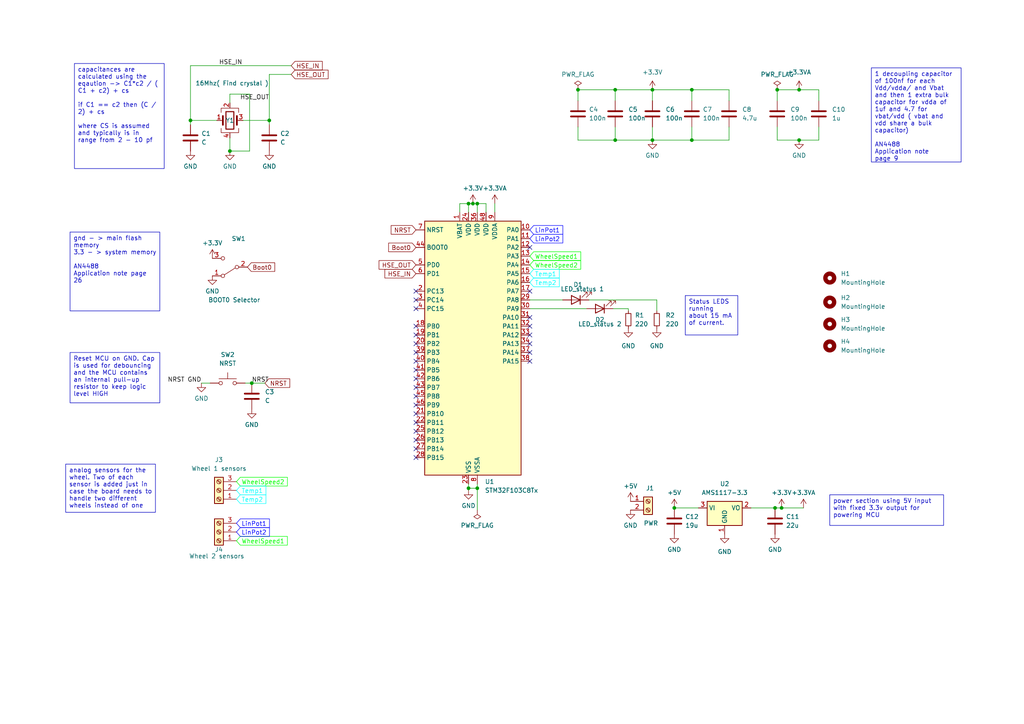
<source format=kicad_sch>
(kicad_sch (version 20230121) (generator eeschema)
  (paper "A4")
  (lib_symbols
    (symbol "Connector:Screw_Terminal_01x02" (pin_names (offset 1.016) hide)
      (property "Reference" "J" (at 0 2.54 0))
      (property "Value" "Screw_Terminal_01x02" (at 0 -5.08 0))
      (symbol "Screw_Terminal_01x02_1_1"
        (rectangle (start -1.27 1.27) (end 1.27 -3.81) (stroke (width 0.254)) (fill (type background)))
        (circle (center 0 -2.54) (radius 0.635) (stroke (width 0.1524)))
        (polyline (pts (xy -0.5334 -2.2098) (xy 0.3302 -3.048)) (stroke (width 0.1524)))
        (polyline (pts (xy -0.5334 0.3302) (xy 0.3302 -0.508)) (stroke (width 0.1524)))
        (polyline (pts (xy -0.3556 -2.032) (xy 0.508 -2.8702)) (stroke (width 0.1524)))
        (polyline (pts (xy -0.3556 0.508) (xy 0.508 -0.3302)) (stroke (width 0.1524)))
        (circle (center 0 0) (radius 0.635) (stroke (width 0.1524)))
        (pin passive line (at -5.08 0 0) (length 3.81) (name "Pin_1") (number "1"))
        (pin passive line (at -5.08 -2.54 0) (length 3.81) (name "Pin_2") (number "2"))
      )
    )
    (symbol "Connector:Screw_Terminal_01x03" (pin_names (offset 1.016) hide)
      (property "Reference" "J" (at 0 5.08 0))
      (property "Value" "Screw_Terminal_01x03" (at 0 -5.08 0))
      (symbol "Screw_Terminal_01x03_1_1"
        (rectangle (start -1.27 3.81) (end 1.27 -3.81) (stroke (width 0.254)) (fill (type background)))
        (circle (center 0 -2.54) (radius 0.635) (stroke (width 0.1524)))
        (polyline (pts (xy -0.5334 -2.2098) (xy 0.3302 -3.048)) (stroke (width 0.1524)))
        (polyline (pts (xy -0.5334 0.3302) (xy 0.3302 -0.508)) (stroke (width 0.1524)))
        (polyline (pts (xy -0.5334 2.8702) (xy 0.3302 2.032)) (stroke (width 0.1524)))
        (polyline (pts (xy -0.3556 -2.032) (xy 0.508 -2.8702)) (stroke (width 0.1524)))
        (polyline (pts (xy -0.3556 0.508) (xy 0.508 -0.3302)) (stroke (width 0.1524)))
        (polyline (pts (xy -0.3556 3.048) (xy 0.508 2.2098)) (stroke (width 0.1524)))
        (circle (center 0 0) (radius 0.635) (stroke (width 0.1524)))
        (circle (center 0 2.54) (radius 0.635) (stroke (width 0.1524)))
        (pin passive line (at -5.08 2.54 0) (length 3.81) (name "Pin_1") (number "1"))
        (pin passive line (at -5.08 0 0) (length 3.81) (name "Pin_2") (number "2"))
        (pin passive line (at -5.08 -2.54 0) (length 3.81) (name "Pin_3") (number "3"))
      )
    )
    (symbol "Device:C" (pin_numbers hide) (pin_names (offset 0.254))
      (property "Reference" "C" (at 0.635 2.54 0))
      (property "Value" "C" (at 0.635 -2.54 0))
      (symbol "C_0_1"
        (polyline (pts (xy -2.032 -0.762) (xy 2.032 -0.762)) (stroke (width 0.508)))
        (polyline (pts (xy -2.032 0.762) (xy 2.032 0.762)) (stroke (width 0.508)))
      )
      (symbol "C_1_1"
        (pin passive line (at 0 3.81 270) (length 2.794) (name "~") (number "1"))
        (pin passive line (at 0 -3.81 90) (length 2.794) (name "~") (number "2"))
      )
    )
    (symbol "Device:Crystal_GND24" (pin_names (offset 1.016) hide)
      (property "Reference" "Y" (at 3.175 5.08 0))
      (property "Value" "Crystal_GND24" (at 3.175 3.175 0))
      (symbol "Crystal_GND24_0_1"
        (rectangle (start -1.143 2.54) (end 1.143 -2.54) (stroke (width 0.3048)))
        (polyline (pts (xy -2.54 0) (xy -2.032 0)))
        (polyline (pts (xy -2.032 -1.27) (xy -2.032 1.27)) (stroke (width 0.508)))
        (polyline (pts (xy 0 -3.81) (xy 0 -3.556)))
        (polyline (pts (xy 0 3.556) (xy 0 3.81)))
        (polyline (pts (xy 2.032 -1.27) (xy 2.032 1.27)) (stroke (width 0.508)))
        (polyline (pts (xy 2.032 0) (xy 2.54 0)))
        (polyline (pts (xy -2.54 -2.286) (xy -2.54 -3.556) (xy 2.54 -3.556) (xy 2.54 -2.286)))
        (polyline (pts (xy -2.54 2.286) (xy -2.54 3.556) (xy 2.54 3.556) (xy 2.54 2.286)))
      )
      (symbol "Crystal_GND24_1_1"
        (pin passive line (at -3.81 0 0) (length 1.27) (name "1") (number "1"))
        (pin passive line (at 0 5.08 270) (length 1.27) (name "2") (number "2"))
        (pin passive line (at 3.81 0 180) (length 1.27) (name "3") (number "3"))
        (pin passive line (at 0 -5.08 90) (length 1.27) (name "4") (number "4"))
      )
    )
    (symbol "Device:LED" (pin_numbers hide) (pin_names (offset 1.016) hide)
      (property "Reference" "D" (at 0 2.54 0))
      (property "Value" "LED" (at 0 -2.54 0))
      (symbol "LED_0_1"
        (polyline (pts (xy -1.27 -1.27) (xy -1.27 1.27)) (stroke (width 0.254)))
        (polyline (pts (xy -1.27 0) (xy 1.27 0)))
        (polyline (pts (xy 1.27 -1.27) (xy 1.27 1.27) (xy -1.27 0) (xy 1.27 -1.27)) (stroke (width 0.254)))
        (polyline (pts (xy -3.048 -0.762) (xy -4.572 -2.286) (xy -3.81 -2.286) (xy -4.572 -2.286) (xy -4.572 -1.524)))
        (polyline (pts (xy -1.778 -0.762) (xy -3.302 -2.286) (xy -2.54 -2.286) (xy -3.302 -2.286) (xy -3.302 -1.524)))
      )
      (symbol "LED_1_1"
        (pin passive line (at -3.81 0 0) (length 2.54) (name "K") (number "1"))
        (pin passive line (at 3.81 0 180) (length 2.54) (name "A") (number "2"))
      )
    )
    (symbol "Device:R_Small" (pin_numbers hide) (pin_names (offset 0.254) hide)
      (property "Reference" "R" (at 0.762 0.508 0))
      (property "Value" "R_Small" (at 0.762 -1.016 0))
      (symbol "R_Small_0_1"
        (rectangle (start -0.762 1.778) (end 0.762 -1.778) (stroke (width 0.2032)))
      )
      (symbol "R_Small_1_1"
        (pin passive line (at 0 2.54 270) (length 0.762) (name "~") (number "1"))
        (pin passive line (at 0 -2.54 90) (length 0.762) (name "~") (number "2"))
      )
    )
    (symbol "MCU_ST_STM32F1:STM32F103C8Tx"
      (property "Reference" "U" (at -12.7 39.37 0))
      (property "Value" "STM32F103C8Tx" (at 10.16 39.37 0))
      (symbol "STM32F103C8Tx_0_1"
        (rectangle (start -12.7 -35.56) (end 15.24 38.1) (stroke (width 0.254)) (fill (type background)))
      )
      (symbol "STM32F103C8Tx_1_1"
        (pin power_in line (at -2.54 40.64 270) (length 2.54) (name "VBAT") (number "1"))
        (pin bidirectional line (at 17.78 35.56 180) (length 2.54) (name "PA0") (number "10"))
        (pin bidirectional line (at 17.78 33.02 180) (length 2.54) (name "PA1") (number "11"))
        (pin bidirectional line (at 17.78 30.48 180) (length 2.54) (name "PA2") (number "12"))
        (pin bidirectional line (at 17.78 27.94 180) (length 2.54) (name "PA3") (number "13"))
        (pin bidirectional line (at 17.78 25.4 180) (length 2.54) (name "PA4") (number "14"))
        (pin bidirectional line (at 17.78 22.86 180) (length 2.54) (name "PA5") (number "15"))
        (pin bidirectional line (at 17.78 20.32 180) (length 2.54) (name "PA6") (number "16"))
        (pin bidirectional line (at 17.78 17.78 180) (length 2.54) (name "PA7") (number "17"))
        (pin bidirectional line (at -15.24 7.62 0) (length 2.54) (name "PB0") (number "18"))
        (pin bidirectional line (at -15.24 5.08 0) (length 2.54) (name "PB1") (number "19"))
        (pin bidirectional line (at -15.24 17.78 0) (length 2.54) (name "PC13") (number "2"))
        (pin bidirectional line (at -15.24 2.54 0) (length 2.54) (name "PB2") (number "20"))
        (pin bidirectional line (at -15.24 -17.78 0) (length 2.54) (name "PB10") (number "21"))
        (pin bidirectional line (at -15.24 -20.32 0) (length 2.54) (name "PB11") (number "22"))
        (pin power_in line (at 0 -38.1 90) (length 2.54) (name "VSS") (number "23"))
        (pin power_in line (at 0 40.64 270) (length 2.54) (name "VDD") (number "24"))
        (pin bidirectional line (at -15.24 -22.86 0) (length 2.54) (name "PB12") (number "25"))
        (pin bidirectional line (at -15.24 -25.4 0) (length 2.54) (name "PB13") (number "26"))
        (pin bidirectional line (at -15.24 -27.94 0) (length 2.54) (name "PB14") (number "27"))
        (pin bidirectional line (at -15.24 -30.48 0) (length 2.54) (name "PB15") (number "28"))
        (pin bidirectional line (at 17.78 15.24 180) (length 2.54) (name "PA8") (number "29"))
        (pin bidirectional line (at -15.24 15.24 0) (length 2.54) (name "PC14") (number "3"))
        (pin bidirectional line (at 17.78 12.7 180) (length 2.54) (name "PA9") (number "30"))
        (pin bidirectional line (at 17.78 10.16 180) (length 2.54) (name "PA10") (number "31"))
        (pin bidirectional line (at 17.78 7.62 180) (length 2.54) (name "PA11") (number "32"))
        (pin bidirectional line (at 17.78 5.08 180) (length 2.54) (name "PA12") (number "33"))
        (pin bidirectional line (at 17.78 2.54 180) (length 2.54) (name "PA13") (number "34"))
        (pin passive line (at 0 -38.1 90) (length 2.54) hide (name "VSS") (number "35"))
        (pin power_in line (at 2.54 40.64 270) (length 2.54) (name "VDD") (number "36"))
        (pin bidirectional line (at 17.78 0 180) (length 2.54) (name "PA14") (number "37"))
        (pin bidirectional line (at 17.78 -2.54 180) (length 2.54) (name "PA15") (number "38"))
        (pin bidirectional line (at -15.24 0 0) (length 2.54) (name "PB3") (number "39"))
        (pin bidirectional line (at -15.24 12.7 0) (length 2.54) (name "PC15") (number "4"))
        (pin bidirectional line (at -15.24 -2.54 0) (length 2.54) (name "PB4") (number "40"))
        (pin bidirectional line (at -15.24 -5.08 0) (length 2.54) (name "PB5") (number "41"))
        (pin bidirectional line (at -15.24 -7.62 0) (length 2.54) (name "PB6") (number "42"))
        (pin bidirectional line (at -15.24 -10.16 0) (length 2.54) (name "PB7") (number "43"))
        (pin input line (at -15.24 30.48 0) (length 2.54) (name "BOOT0") (number "44"))
        (pin bidirectional line (at -15.24 -12.7 0) (length 2.54) (name "PB8") (number "45"))
        (pin bidirectional line (at -15.24 -15.24 0) (length 2.54) (name "PB9") (number "46"))
        (pin passive line (at 0 -38.1 90) (length 2.54) hide (name "VSS") (number "47"))
        (pin power_in line (at 5.08 40.64 270) (length 2.54) (name "VDD") (number "48"))
        (pin bidirectional line (at -15.24 25.4 0) (length 2.54) (name "PD0") (number "5"))
        (pin bidirectional line (at -15.24 22.86 0) (length 2.54) (name "PD1") (number "6"))
        (pin input line (at -15.24 35.56 0) (length 2.54) (name "NRST") (number "7"))
        (pin power_in line (at 2.54 -38.1 90) (length 2.54) (name "VSSA") (number "8"))
        (pin power_in line (at 7.62 40.64 270) (length 2.54) (name "VDDA") (number "9"))
      )
    )
    (symbol "Mechanical:MountingHole" (pin_names (offset 1.016))
      (property "Reference" "H" (at 0 5.08 0))
      (property "Value" "MountingHole" (at 0 3.175 0))
      (symbol "MountingHole_0_1"
        (circle (center 0 0) (radius 1.27) (stroke (width 1.27)))
      )
    )
    (symbol "Regulator_Linear:AMS1117-3.3"
      (property "Reference" "U" (at -3.81 3.175 0))
      (property "Value" "AMS1117-3.3" (at 0 3.175 0))
      (symbol "AMS1117-3.3_0_1"
        (rectangle (start -5.08 -5.08) (end 5.08 1.905) (stroke (width 0.254)) (fill (type background)))
      )
      (symbol "AMS1117-3.3_1_1"
        (pin power_in line (at 0 -7.62 90) (length 2.54) (name "GND") (number "1"))
        (pin power_out line (at 7.62 0 180) (length 2.54) (name "VO") (number "2"))
        (pin power_in line (at -7.62 0 0) (length 2.54) (name "VI") (number "3"))
      )
    )
    (symbol "Switch:SW_Push" (pin_numbers hide) (pin_names (offset 1.016) hide)
      (property "Reference" "SW" (at 1.27 2.54 0))
      (property "Value" "SW_Push" (at 0 -1.524 0))
      (symbol "SW_Push_0_1"
        (circle (center -2.032 0) (radius 0.508))
        (polyline (pts (xy 0 1.27) (xy 0 3.048)))
        (polyline (pts (xy 2.54 1.27) (xy -2.54 1.27)))
        (circle (center 2.032 0) (radius 0.508))
        (pin passive line (at -5.08 0 0) (length 2.54) (name "1") (number "1"))
        (pin passive line (at 5.08 0 180) (length 2.54) (name "2") (number "2"))
      )
    )
    (symbol "Switch:SW_SPDT" (pin_names (offset 0) hide)
      (property "Reference" "SW" (at 0 4.318 0))
      (property "Value" "SW_SPDT" (at 0 -5.08 0))
      (symbol "SW_SPDT_0_0"
        (circle (center -2.032 0) (radius 0.508))
        (circle (center 2.032 -2.54) (radius 0.508))
      )
      (symbol "SW_SPDT_0_1"
        (polyline (pts (xy -1.524 0.254) (xy 1.651 2.286)))
        (circle (center 2.032 2.54) (radius 0.508))
      )
      (symbol "SW_SPDT_1_1"
        (pin passive line (at 5.08 2.54 180) (length 2.54) (name "A") (number "1"))
        (pin passive line (at -5.08 0 0) (length 2.54) (name "B") (number "2"))
        (pin passive line (at 5.08 -2.54 180) (length 2.54) (name "C") (number "3"))
      )
    )
    (symbol "power:+3.3V" (power) (pin_names (offset 0))
      (property "Value" "+3.3V" (at 0 3.556 0))
      (symbol "+3.3V_0_1"
        (polyline (pts (xy -0.762 1.27) (xy 0 2.54)))
        (polyline (pts (xy 0 0) (xy 0 2.54)))
        (polyline (pts (xy 0 2.54) (xy 0.762 1.27)))
      )
      (symbol "+3.3V_1_1"
        (pin power_in line (at 0 0 90) (length 0) hide (name "+3.3V") (number "1"))
      )
    )
    (symbol "power:+3.3VA" (power) (pin_names (offset 0))
      (property "Value" "+3.3VA" (at 0 3.556 0))
      (symbol "+3.3VA_0_1"
        (polyline (pts (xy -0.762 1.27) (xy 0 2.54)))
        (polyline (pts (xy 0 0) (xy 0 2.54)))
        (polyline (pts (xy 0 2.54) (xy 0.762 1.27)))
      )
      (symbol "+3.3VA_1_1"
        (pin power_in line (at 0 0 90) (length 0) hide (name "+3.3VA") (number "1"))
      )
    )
    (symbol "power:+5V" (power) (pin_names (offset 0))
      (property "Value" "+5V" (at 0 3.556 0))
      (symbol "+5V_0_1"
        (polyline (pts (xy -0.762 1.27) (xy 0 2.54)))
        (polyline (pts (xy 0 0) (xy 0 2.54)))
        (polyline (pts (xy 0 2.54) (xy 0.762 1.27)))
      )
      (symbol "+5V_1_1"
        (pin power_in line (at 0 0 90) (length 0) hide (name "+5V") (number "1"))
      )
    )
    (symbol "power:GND" (power) (pin_names (offset 0))
      (property "Value" "GND" (at 0 -3.81 0))
      (symbol "GND_0_1"
        (polyline (pts (xy 0 0) (xy 0 -1.27) (xy 1.27 -1.27) (xy 0 -2.54) (xy -1.27 -1.27) (xy 0 -1.27)))
      )
      (symbol "GND_1_1"
        (pin power_in line (at 0 0 270) (length 0) hide (name "GND") (number "1"))
      )
    )
    (symbol "power:PWR_FLAG" (power) (pin_numbers hide) (pin_names (offset 0) hide)
      (property "Value" "PWR_FLAG" (at 0 3.81 0))
      (symbol "PWR_FLAG_0_0"
        (pin power_out line (at 0 0 90) (length 0) (name "pwr") (number "1"))
      )
      (symbol "PWR_FLAG_0_1"
        (polyline (pts (xy 0 0) (xy 0 1.27) (xy -1.016 1.905) (xy 0 2.54) (xy 1.016 1.905) (xy 0 1.27)))
      )
    )
  )
  (junction (at 178.435 40.64))
  (junction (at 138.43 141.605))
  (junction (at 78.105 34.925))
  (junction (at 189.23 26.035))
  (junction (at 226.695 147.32))
  (junction (at 178.435 26.035))
  (junction (at 231.775 26.035))
  (junction (at 66.675 43.815))
  (junction (at 195.58 147.32))
  (junction (at 138.43 59.055))
  (junction (at 200.66 26.035))
  (junction (at 200.66 40.64))
  (junction (at 224.79 147.32))
  (junction (at 135.89 59.055))
  (junction (at 189.23 40.64))
  (junction (at 167.64 26.035))
  (junction (at 135.89 141.605))
  (junction (at 137.16 59.055))
  (junction (at 55.245 34.925))
  (junction (at 73.025 111.125))
  (junction (at 225.425 26.035))
  (junction (at 231.775 40.64))
  (no_connect (at 120.65 132.715))
  (no_connect (at 153.67 92.075))
  (no_connect (at 120.65 109.855))
  (no_connect (at 120.65 122.555))
  (no_connect (at 153.67 84.455))
  (no_connect (at 153.67 94.615))
  (no_connect (at 120.65 104.775))
  (no_connect (at 120.65 102.235))
  (no_connect (at 153.67 97.155))
  (no_connect (at 153.67 71.755))
  (no_connect (at 120.65 112.395))
  (no_connect (at 120.65 94.615))
  (no_connect (at 120.65 86.995))
  (no_connect (at 120.65 120.015))
  (no_connect (at 153.67 99.695))
  (no_connect (at 120.65 84.455))
  (no_connect (at 120.65 89.535))
  (no_connect (at 153.67 102.235))
  (no_connect (at 120.65 97.155))
  (no_connect (at 120.65 117.475))
  (no_connect (at 120.65 114.935))
  (no_connect (at 120.65 99.695))
  (no_connect (at 120.65 130.175))
  (no_connect (at 120.65 127.635))
  (no_connect (at 153.67 104.775))
  (no_connect (at 120.65 125.095))
  (no_connect (at 120.65 107.315))
  (wire (pts (xy 170.18 89.535) (xy 153.67 89.535)))
  (wire (pts (xy 62.865 34.925) (xy 55.245 34.925)))
  (wire (pts (xy 226.695 147.32) (xy 233.045 147.32)))
  (wire (pts (xy 133.35 59.055) (xy 135.89 59.055)))
  (wire (pts (xy 177.8 89.535) (xy 182.245 89.535)))
  (wire (pts (xy 178.435 26.035) (xy 178.435 29.21)))
  (wire (pts (xy 189.23 36.83) (xy 189.23 40.64)))
  (wire (pts (xy 55.245 34.925) (xy 55.245 19.05)))
  (wire (pts (xy 71.12 111.125) (xy 73.025 111.125)))
  (wire (pts (xy 55.245 34.925) (xy 55.245 36.195)))
  (wire (pts (xy 167.64 26.035) (xy 178.435 26.035)))
  (wire (pts (xy 237.49 36.83) (xy 237.49 40.64)))
  (wire (pts (xy 225.425 26.035) (xy 231.775 26.035)))
  (wire (pts (xy 189.23 29.21) (xy 189.23 26.035)))
  (wire (pts (xy 138.43 141.605) (xy 138.43 147.955)))
  (wire (pts (xy 66.675 40.005) (xy 66.675 43.815)))
  (wire (pts (xy 66.675 27.305) (xy 72.39 27.305)))
  (wire (pts (xy 167.64 40.64) (xy 178.435 40.64)))
  (wire (pts (xy 211.455 26.035) (xy 211.455 29.21)))
  (wire (pts (xy 178.435 40.64) (xy 189.23 40.64)))
  (wire (pts (xy 138.43 141.605) (xy 135.89 141.605)))
  (wire (pts (xy 200.66 40.64) (xy 211.455 40.64)))
  (wire (pts (xy 226.695 147.32) (xy 224.79 147.32)))
  (wire (pts (xy 55.245 19.05) (xy 84.455 19.05)))
  (wire (pts (xy 200.66 36.83) (xy 200.66 40.64)))
  (wire (pts (xy 140.97 59.055) (xy 140.97 61.595)))
  (wire (pts (xy 76.835 111.125) (xy 73.025 111.125)))
  (wire (pts (xy 58.42 111.125) (xy 60.96 111.125)))
  (wire (pts (xy 135.89 142.24) (xy 135.89 141.605)))
  (wire (pts (xy 167.64 36.83) (xy 167.64 40.64)))
  (wire (pts (xy 189.23 26.035) (xy 200.66 26.035)))
  (wire (pts (xy 78.105 21.59) (xy 78.105 34.925)))
  (wire (pts (xy 135.89 59.055) (xy 137.16 59.055)))
  (wire (pts (xy 225.425 36.83) (xy 225.425 40.64)))
  (wire (pts (xy 72.39 27.305) (xy 72.39 43.815)))
  (wire (pts (xy 163.195 86.995) (xy 153.67 86.995)))
  (wire (pts (xy 231.775 26.035) (xy 237.49 26.035)))
  (wire (pts (xy 72.39 43.815) (xy 66.675 43.815)))
  (wire (pts (xy 138.43 61.595) (xy 138.43 59.055)))
  (wire (pts (xy 190.5 86.995) (xy 190.5 90.17)))
  (wire (pts (xy 133.35 61.595) (xy 133.35 59.055)))
  (wire (pts (xy 237.49 40.64) (xy 231.775 40.64)))
  (wire (pts (xy 178.435 36.83) (xy 178.435 40.64)))
  (wire (pts (xy 167.64 29.21) (xy 167.64 26.035)))
  (wire (pts (xy 66.675 29.845) (xy 66.675 27.305)))
  (wire (pts (xy 225.425 29.21) (xy 225.425 26.035)))
  (wire (pts (xy 200.66 26.035) (xy 200.66 29.21)))
  (wire (pts (xy 138.43 140.335) (xy 138.43 141.605)))
  (wire (pts (xy 211.455 36.83) (xy 211.455 40.64)))
  (wire (pts (xy 135.89 59.055) (xy 135.89 61.595)))
  (wire (pts (xy 237.49 26.035) (xy 237.49 29.21)))
  (wire (pts (xy 70.485 34.925) (xy 78.105 34.925)))
  (wire (pts (xy 217.805 147.32) (xy 224.79 147.32)))
  (wire (pts (xy 200.66 26.035) (xy 211.455 26.035)))
  (wire (pts (xy 135.89 141.605) (xy 135.89 140.335)))
  (wire (pts (xy 182.245 89.535) (xy 182.245 90.17)))
  (wire (pts (xy 225.425 40.64) (xy 231.775 40.64)))
  (wire (pts (xy 170.815 86.995) (xy 190.5 86.995)))
  (wire (pts (xy 138.43 59.055) (xy 140.97 59.055)))
  (wire (pts (xy 143.51 59.055) (xy 143.51 61.595)))
  (wire (pts (xy 189.23 40.64) (xy 200.66 40.64)))
  (wire (pts (xy 178.435 26.035) (xy 189.23 26.035)))
  (wire (pts (xy 137.16 59.055) (xy 138.43 59.055)))
  (wire (pts (xy 195.58 147.32) (xy 202.565 147.32)))
  (wire (pts (xy 84.455 21.59) (xy 78.105 21.59)))
  (wire (pts (xy 78.105 34.925) (xy 78.105 36.195)))
  (text_box "power section using 5V input with fixed 3.3v output for powering MCU\n" (at 240.665 143.51 0) (size 33.02 8.89) (effects (font (size 1.27 1.27)) (justify left top)))
  (text_box "analog sensors for the wheel. Two of each sensor is added just in case the board needs to handle two different wheels instead of one\n" (at 19.05 134.62 0) (size 26.035 13.97) (effects (font (size 1.27 1.27)) (justify left top)))
  (text_box "Reset MCU on GND. Cap is used for debouncing and the MCU contains an internal pull-up resistor to keep logic level HIGH\n" (at 20.32 102.235 0) (size 26.035 14.605) (effects (font (size 1.27 1.27)) (justify left top)))
  (text_box "gnd - > main flash memory\n3.3 - > system memory \n\nAN4488\nApplication note page 26\n" (at 20.32 67.31 0) (size 26.035 22.86) (effects (font (size 1.27 1.27)) (justify left top)))
  (text_box "Status LEDS running about 15 mA of current." (at 198.755 85.725 0) (size 15.24 11.43) (effects (font (size 1.27 1.27)) (justify left top)))
  (text_box "1 decoupling capacitor of 100nf for each Vdd/vdda/ and Vbat and then 1 extra bulk capacitor for vdda of 1uf and 4.7 for vbat/vdd ( vbat and vdd share a bulk capacitor)\n\nAN4488\nApplication note\npage 9" (at 252.73 19.685 0) (size 26.035 27.305) (effects (font (size 1.27 1.27)) (justify left top)))
  (text_box "capacitances are calculated using the eqaution -> C1*c2 / ( C1 + c2) + cs \n\nif C1 == c2 then (C / 2) + cs\n\nwhere CS is assumed and typically is in range from 2 - 10 pf" (at 21.59 18.415 0) (size 26.035 30.48) (effects (font (size 1.27 1.27)) (justify left top)))
  (label "HSE_OUT" (at 78.105 29.21 180))
  (label "HSE_IN" (at 63.5 19.05 0))
  (label "NRST " (at 73.025 111.125 0))
  (label "NRST GND" (at 58.42 111.125 180))
  (global_label "HSE_IN" (shape input) (at 120.65 79.375 180) (property "Intersheetrefs" "${INTERSHEET_REFS}" (effects hide)))
  (global_label "WheelSpeed1" (shape input) (at 68.58 156.845 0) (property "Intersheetrefs" "${INTERSHEET_REFS}" (effects hide)))
  (global_label "Temp1" (shape input) (at 68.58 142.24 0) (property "Intersheetrefs" "${INTERSHEET_REFS}" (effects hide)))
  (global_label "HSE_IN" (shape input) (at 84.455 19.05 0) (property "Intersheetrefs" "${INTERSHEET_REFS}" (effects hide)))
  (global_label "WheelSpeed1" (shape input) (at 153.67 74.295 0) (property "Intersheetrefs" "${INTERSHEET_REFS}" (effects hide)))
  (global_label "Boot0" (shape input) (at 120.65 71.755 180) (property "Intersheetrefs" "${INTERSHEET_REFS}" (effects hide)))
  (global_label "Temp2" (shape input) (at 153.67 81.915 0) (property "Intersheetrefs" "${INTERSHEET_REFS}" (effects hide)))
  (global_label "NRST" (shape input) (at 120.65 66.675 180) (property "Intersheetrefs" "${INTERSHEET_REFS}" (effects hide)))
  (global_label "LinPot1" (shape input) (at 153.67 66.675 0) (property "Intersheetrefs" "${INTERSHEET_REFS}" (effects hide)))
  (global_label "LinPot2" (shape input) (at 153.67 69.215 0) (property "Intersheetrefs" "${INTERSHEET_REFS}" (effects hide)))
  (global_label "WheelSpeed2" (shape input) (at 68.58 139.7 0) (property "Intersheetrefs" "${INTERSHEET_REFS}" (effects hide)))
  (global_label "WheelSpeed2" (shape input) (at 153.67 76.835 0) (property "Intersheetrefs" "${INTERSHEET_REFS}" (effects hide)))
  (global_label "HSE_OUT" (shape input) (at 120.65 76.835 180) (property "Intersheetrefs" "${INTERSHEET_REFS}" (effects hide)))
  (global_label "Temp2" (shape input) (at 68.58 144.78 0) (property "Intersheetrefs" "${INTERSHEET_REFS}" (effects hide)))
  (global_label "Boot0" (shape input) (at 71.755 77.47 0) (property "Intersheetrefs" "${INTERSHEET_REFS}" (effects hide)))
  (global_label "NRST" (shape input) (at 76.835 111.125 0) (property "Intersheetrefs" "${INTERSHEET_REFS}" (effects hide)))
  (global_label "LinPot2" (shape input) (at 68.58 154.305 0) (property "Intersheetrefs" "${INTERSHEET_REFS}" (effects hide)))
  (global_label "Temp1" (shape input) (at 153.67 79.375 0) (property "Intersheetrefs" "${INTERSHEET_REFS}" (effects hide)))
  (global_label "LinPot1" (shape input) (at 68.58 151.765 0) (property "Intersheetrefs" "${INTERSHEET_REFS}" (effects hide)))
  (global_label "HSE_OUT" (shape input) (at 84.455 21.59 0) (property "Intersheetrefs" "${INTERSHEET_REFS}" (effects hide)))
  (symbol (lib_id "power:GND") (at 182.245 95.25 0) (unit 1)
    (property "Reference" "#PWR015" (effects hide))
    (property "Value" "GND" (at 182.245 100.33 0))
  )
  (symbol (lib_id "power:GND") (at 61.595 80.01 0) (unit 1)
    (property "Reference" "#PWR04" (effects hide))
    (property "Value" "GND" (at 61.595 84.455 0))
  )
  (symbol (lib_id "Device:C") (at 225.425 33.02 0) (unit 1)
    (property "Reference" "C9" (at 229.235 31.75 0) (effects (justify left)))
    (property "Value" "100n" (at 229.235 34.29 0) (effects (justify left)))
    (property "Footprint" "Capacitor_SMD:C_0805_2012Metric_Pad1.18x1.45mm_HandSolder" (effects hide))
  )
  (symbol (lib_id "Device:R_Small") (at 190.5 92.71 0) (unit 1)
    (property "Reference" "R2" (at 193.04 91.44 0) (effects (justify left)))
    (property "Value" "220" (at 193.04 93.98 0) (effects (justify left)))
    (property "Footprint" "Resistor_SMD:R_0805_2012Metric_Pad1.20x1.40mm_HandSolder" (effects hide))
  )
  (symbol (lib_id "Device:C") (at 211.455 33.02 0) (unit 1)
    (property "Reference" "C8" (at 215.265 31.75 0) (effects (justify left)))
    (property "Value" "4.7u" (at 215.265 34.29 0) (effects (justify left)))
    (property "Footprint" "Capacitor_SMD:C_0805_2012Metric_Pad1.18x1.45mm_HandSolder" (effects hide))
  )
  (symbol (lib_id "Device:C") (at 178.435 33.02 0) (unit 1)
    (property "Reference" "C5" (at 182.245 31.75 0) (effects (justify left)))
    (property "Value" "100n" (at 182.245 34.29 0) (effects (justify left)))
    (property "Footprint" "Capacitor_SMD:C_0805_2012Metric_Pad1.18x1.45mm_HandSolder" (effects hide))
  )
  (symbol (lib_id "Switch:SW_Push") (at 66.04 111.125 0) (unit 1)
    (property "Reference" "SW2" (at 66.04 102.87 0))
    (property "Value" "NRST" (at 66.04 105.41 0))
    (property "Footprint" "Button_Switch_SMD:SW_Push_1P1T_NO_6x6mm_H9.5mm" (effects hide))
  )
  (symbol (lib_id "Device:C") (at 78.105 40.005 0) (unit 1)
    (property "Reference" "C2" (at 81.28 38.735 0) (effects (justify left)))
    (property "Value" "C" (at 81.28 41.275 0) (effects (justify left)))
    (property "Footprint" "Capacitor_SMD:C_0805_2012Metric_Pad1.18x1.45mm_HandSolder" (effects hide))
  )
  (symbol (lib_id "power:+3.3VA") (at 231.775 26.035 0) (unit 1)
    (property "Reference" "#PWR011" (effects hide))
    (property "Value" "+3.3VA" (at 231.775 20.955 0))
  )
  (symbol (lib_id "power:+3.3V") (at 137.16 59.055 0) (unit 1)
    (property "Reference" "#PWR013" (effects hide))
    (property "Value" "+3.3V" (at 137.16 54.61 0))
  )
  (symbol (lib_id "power:GND") (at 73.025 118.745 0) (unit 1)
    (property "Reference" "#PWR07" (effects hide))
    (property "Value" "GND" (at 73.025 123.19 0))
  )
  (symbol (lib_id "Connector:Screw_Terminal_01x03") (at 63.5 154.305 180) (unit 1)
    (property "Reference" "J4" (at 63.5 159.385 0))
    (property "Value" "Wheel 2 sensors" (at 62.865 161.29 0))
    (property "Footprint" "TerminalBlock_Phoenix:TerminalBlock_Phoenix_MKDS-1,5-3_1x03_P5.00mm_Horizontal" (effects hide))
  )
  (symbol (lib_id "power:GND") (at 78.105 43.815 0) (unit 1)
    (property "Reference" "#PWR02" (effects hide))
    (property "Value" "GND" (at 78.105 48.26 0))
  )
  (symbol (lib_id "Device:C") (at 73.025 114.935 0) (unit 1)
    (property "Reference" "C3" (at 76.835 113.665 0) (effects (justify left)))
    (property "Value" "C" (at 76.835 116.205 0) (effects (justify left)))
    (property "Footprint" "Capacitor_SMD:C_0805_2012Metric_Pad1.18x1.45mm_HandSolder" (effects hide))
  )
  (symbol (lib_id "Device:C") (at 55.245 40.005 0) (unit 1)
    (property "Reference" "C1" (at 58.42 38.735 0) (effects (justify left)))
    (property "Value" "C" (at 58.42 41.275 0) (effects (justify left)))
    (property "Footprint" "Capacitor_SMD:C_0805_2012Metric_Pad1.18x1.45mm_HandSolder" (effects hide))
  )
  (symbol (lib_id "power:PWR_FLAG") (at 138.43 147.955 180) (unit 1)
    (property "Reference" "#FLG03" (effects hide))
    (property "Value" "PWR_FLAG" (at 138.43 152.4 0))
  )
  (symbol (lib_id "Mechanical:MountingHole") (at 240.665 93.98 0) (unit 1)
    (property "Reference" "H3" (at 243.84 92.71 0) (effects (justify left)))
    (property "Value" "MountingHole" (at 243.84 95.25 0) (effects (justify left)))
    (property "Footprint" "MountingHole:MountingHole_3.2mm_M3_Pad_Via" (effects hide))
  )
  (symbol (lib_id "power:PWR_FLAG") (at 167.64 26.035 0) (unit 1)
    (property "Reference" "#FLG01" (effects hide))
    (property "Value" "PWR_FLAG" (at 167.64 21.59 0))
  )
  (symbol (lib_id "Mechanical:MountingHole") (at 240.665 87.63 0) (unit 1)
    (property "Reference" "H2" (at 243.84 86.36 0) (effects (justify left)))
    (property "Value" "MountingHole" (at 243.84 88.9 0) (effects (justify left)))
    (property "Footprint" "MountingHole:MountingHole_3.2mm_M3_Pad_Via" (effects hide))
  )
  (symbol (lib_id "power:GND") (at 231.775 40.64 0) (unit 1)
    (property "Reference" "#PWR010" (effects hide))
    (property "Value" "GND" (at 231.775 45.085 0))
  )
  (symbol (lib_id "power:GND") (at 55.245 43.815 0) (unit 1)
    (property "Reference" "#PWR01" (effects hide))
    (property "Value" "GND" (at 55.245 48.26 0))
  )
  (symbol (lib_id "power:+3.3VA") (at 143.51 59.055 0) (unit 1)
    (property "Reference" "#PWR012" (effects hide))
    (property "Value" "+3.3VA" (at 143.51 54.61 0))
  )
  (symbol (lib_id "power:GND") (at 224.79 154.94 0) (unit 1)
    (property "Reference" "#PWR018" (effects hide))
    (property "Value" "GND" (at 224.79 159.385 0))
  )
  (symbol (lib_id "Regulator_Linear:AMS1117-3.3") (at 210.185 147.32 0) (unit 1)
    (property "Reference" "U2" (at 210.185 140.335 0))
    (property "Value" "AMS1117-3.3" (at 210.185 142.875 0))
    (property "Footprint" "Package_TO_SOT_SMD:SOT-223-3_TabPin2" (effects hide))
    (property "Datasheet" "http://www.advanced-monolithic.com/pdf/ds1117.pdf" (effects hide))
  )
  (symbol (lib_id "Device:C") (at 167.64 33.02 0) (unit 1)
    (property "Reference" "C4" (at 170.815 31.75 0) (effects (justify left)))
    (property "Value" "100n" (at 170.815 34.29 0) (effects (justify left)))
    (property "Footprint" "Capacitor_SMD:C_0805_2012Metric_Pad1.18x1.45mm_HandSolder" (effects hide))
  )
  (symbol (lib_id "power:+3.3V") (at 61.595 74.93 0) (unit 1)
    (property "Reference" "#PWR05" (effects hide))
    (property "Value" "+3.3V" (at 61.595 70.485 0))
  )
  (symbol (lib_id "Switch:SW_SPDT") (at 66.675 77.47 180) (unit 1)
    (property "Reference" "SW1" (at 69.215 69.215 0))
    (property "Value" "BOOT0 Selector" (at 67.945 86.995 0))
    (property "Footprint" "Button_Switch_SMD:SW_SPDT_PCM12" (effects hide))
  )
  (symbol (lib_id "Device:LED") (at 173.99 89.535 180) (unit 1)
    (property "Reference" "D2" (at 173.99 92.71 0))
    (property "Value" "LED_status 2" (at 173.99 93.98 0))
    (property "Footprint" "LED_SMD:LED_1206_3216Metric_Pad1.42x1.75mm_HandSolder" (effects hide))
  )
  (symbol (lib_id "power:GND") (at 195.58 154.94 0) (unit 1)
    (property "Reference" "#PWR017" (effects hide))
    (property "Value" "GND" (at 195.58 159.385 0))
  )
  (symbol (lib_id "power:+3.3VA") (at 233.045 147.32 0) (unit 1)
    (property "Reference" "#PWR020" (effects hide))
    (property "Value" "+3.3VA" (at 233.045 142.875 0))
  )
  (symbol (lib_id "MCU_ST_STM32F1:STM32F103C8Tx") (at 135.89 102.235 0) (unit 1)
    (property "Reference" "U1" (at 140.6241 139.7 0) (effects (justify left)))
    (property "Value" "STM32F103C8Tx" (at 140.6241 142.24 0) (effects (justify left)))
    (property "Footprint" "Package_QFP:LQFP-48_7x7mm_P0.5mm" (effects hide))
    (property "Datasheet" "https://www.st.com/resource/en/datasheet/stm32f103c8.pdf" (effects hide))
  )
  (symbol (lib_id "Device:C") (at 200.66 33.02 0) (unit 1)
    (property "Reference" "C7" (at 203.835 31.75 0) (effects (justify left)))
    (property "Value" "100n" (at 203.835 34.29 0) (effects (justify left)))
    (property "Footprint" "Capacitor_SMD:C_0805_2012Metric_Pad1.18x1.45mm_HandSolder" (effects hide))
  )
  (symbol (lib_id "power:GND") (at 135.89 142.24 0) (unit 1)
    (property "Reference" "#PWR014" (effects hide))
    (property "Value" "GND" (at 135.89 146.685 0))
  )
  (symbol (lib_id "Device:C") (at 237.49 33.02 0) (unit 1)
    (property "Reference" "C10" (at 241.3 31.75 0) (effects (justify left)))
    (property "Value" "1u" (at 241.3 34.29 0) (effects (justify left)))
    (property "Footprint" "Capacitor_SMD:C_0805_2012Metric_Pad1.18x1.45mm_HandSolder" (effects hide))
  )
  (symbol (lib_id "power:GND") (at 58.42 111.125 0) (unit 1)
    (property "Reference" "#PWR06" (effects hide))
    (property "Value" "GND" (at 58.42 115.57 0))
  )
  (symbol (lib_id "Device:C") (at 224.79 151.13 0) (unit 1)
    (property "Reference" "C11" (at 227.965 149.86 0) (effects (justify left)))
    (property "Value" "22u" (at 227.965 152.4 0) (effects (justify left)))
    (property "Footprint" "Capacitor_SMD:C_0805_2012Metric_Pad1.18x1.45mm_HandSolder" (effects hide))
  )
  (symbol (lib_id "power:GND") (at 182.88 147.955 0) (unit 1)
    (property "Reference" "#PWR023" (effects hide))
    (property "Value" "GND" (at 182.88 152.4 0))
  )
  (symbol (lib_id "Mechanical:MountingHole") (at 240.665 100.33 0) (unit 1)
    (property "Reference" "H4" (at 243.84 99.06 0) (effects (justify left)))
    (property "Value" "MountingHole" (at 243.84 101.6 0) (effects (justify left)))
    (property "Footprint" "MountingHole:MountingHole_3.2mm_M3_Pad_Via" (effects hide))
  )
  (symbol (lib_id "Device:Crystal_GND24") (at 66.675 34.925 0) (unit 1)
    (property "Reference" "Y1" (at 66.675 34.925 0))
    (property "Value" "16Mhz( Find crystal )" (at 67.31 24.13 0))
    (property "Footprint" "Oscillator:Oscillator_SMD_Abracon_ASE-4Pin_3.2x2.5mm_HandSoldering" (effects hide))
  )
  (symbol (lib_id "Device:C") (at 195.58 151.13 0) (unit 1)
    (property "Reference" "C12" (at 198.755 149.86 0) (effects (justify left)))
    (property "Value" "19u" (at 198.755 152.4 0) (effects (justify left)))
    (property "Footprint" "Capacitor_SMD:C_0805_2012Metric_Pad1.18x1.45mm_HandSolder" (effects hide))
  )
  (symbol (lib_id "power:+3.3V") (at 189.23 26.035 0) (unit 1)
    (property "Reference" "#PWR09" (effects hide))
    (property "Value" "+3.3V" (at 189.23 20.955 0))
  )
  (symbol (lib_id "power:GND") (at 66.675 43.815 0) (unit 1)
    (property "Reference" "#PWR03" (effects hide))
    (property "Value" "GND" (at 66.675 48.26 0))
  )
  (symbol (lib_id "power:+3.3V") (at 226.695 147.32 0) (unit 1)
    (property "Reference" "#PWR019" (effects hide))
    (property "Value" "+3.3V" (at 226.695 142.875 0))
  )
  (symbol (lib_id "power:GND") (at 190.5 95.25 0) (unit 1)
    (property "Reference" "#PWR016" (effects hide))
    (property "Value" "GND" (at 190.5 100.33 0))
  )
  (symbol (lib_id "power:GND") (at 189.23 40.64 0) (unit 1)
    (property "Reference" "#PWR08" (effects hide))
    (property "Value" "GND" (at 189.23 45.085 0))
  )
  (symbol (lib_id "Device:C") (at 189.23 33.02 0) (unit 1)
    (property "Reference" "C6" (at 193.04 31.75 0) (effects (justify left)))
    (property "Value" "100n" (at 193.04 34.29 0) (effects (justify left)))
    (property "Footprint" "Capacitor_SMD:C_0805_2012Metric_Pad1.18x1.45mm_HandSolder" (effects hide))
  )
  (symbol (lib_id "power:+5V") (at 195.58 147.32 0) (unit 1)
    (property "Reference" "#PWR021" (effects hide))
    (property "Value" "+5V" (at 195.58 142.875 0))
  )
  (symbol (lib_id "Device:LED") (at 167.005 86.995 180) (unit 1)
    (property "Reference" "D1" (at 167.64 82.55 0))
    (property "Value" "LED_status 1" (at 168.91 83.82 0))
    (property "Footprint" "LED_SMD:LED_1206_3216Metric_Pad1.42x1.75mm_HandSolder" (effects hide))
  )
  (symbol (lib_id "power:PWR_FLAG") (at 225.425 26.035 0) (unit 1)
    (property "Reference" "#FLG02" (effects hide))
    (property "Value" "PWR_FLAG" (at 225.425 21.59 0))
  )
  (symbol (lib_id "power:+5V") (at 182.88 145.415 0) (unit 1)
    (property "Reference" "#PWR022" (effects hide))
    (property "Value" "+5V" (at 182.88 140.97 0))
  )
  (symbol (lib_id "Mechanical:MountingHole") (at 240.665 80.645 0) (unit 1)
    (property "Reference" "H1" (at 243.84 79.375 0) (effects (justify left)))
    (property "Value" "MountingHole" (at 243.84 81.915 0) (effects (justify left)))
    (property "Footprint" "MountingHole:MountingHole_3.2mm_M3_Pad_Via" (effects hide))
  )
  (symbol (lib_id "power:GND") (at 210.185 154.94 0) (unit 1)
    (property "Reference" "#PWR024" (effects hide))
    (property "Value" "GND" (at 210.185 160.02 0))
  )
  (symbol (lib_id "Device:R_Small") (at 182.245 92.71 0) (unit 1)
    (property "Reference" "R1" (at 184.15 91.44 0) (effects (justify left)))
    (property "Value" "220" (at 184.15 93.98 0) (effects (justify left)))
    (property "Footprint" "Resistor_SMD:R_0805_2012Metric_Pad1.20x1.40mm_HandSolder" (effects hide))
  )
  (symbol (lib_id "Connector:Screw_Terminal_01x02") (at 187.96 145.415 0) (unit 1)
    (property "Reference" "J1" (at 187.325 141.605 0) (effects (justify left)))
    (property "Value" "PWR" (at 186.69 151.765 0) (effects (justify left)))
    (property "Footprint" "TerminalBlock_Phoenix:TerminalBlock_Phoenix_MKDS-1,5-2_1x02_P5.00mm_Horizontal" (effects hide))
  )
  (symbol (lib_id "Connector:Screw_Terminal_01x03") (at 63.5 142.24 180) (unit 1)
    (property "Reference" "J3" (at 63.5 133.35 0))
    (property "Value" "Wheel 1 sensors" (at 63.5 135.89 0))
    (property "Footprint" "TerminalBlock_Phoenix:TerminalBlock_Phoenix_MKDS-1,5-3_1x03_P5.00mm_Horizontal" (effects hide))
  )
)
</source>
